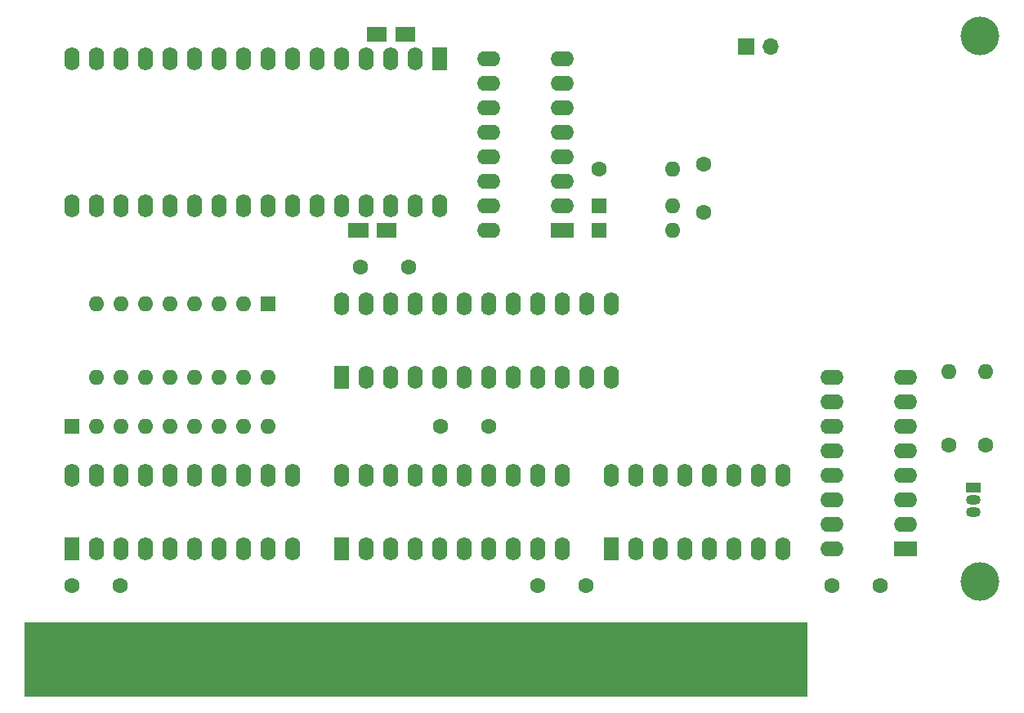
<source format=gbs>
%TF.GenerationSoftware,KiCad,Pcbnew,(5.1.9-0-10_14)*%
%TF.CreationDate,2022-05-15T13:48:24+02:00*%
%TF.ProjectId,xtsd,78747364-2e6b-4696-9361-645f70636258,rev?*%
%TF.SameCoordinates,Original*%
%TF.FileFunction,Soldermask,Bot*%
%TF.FilePolarity,Negative*%
%FSLAX46Y46*%
G04 Gerber Fmt 4.6, Leading zero omitted, Abs format (unit mm)*
G04 Created by KiCad (PCBNEW (5.1.9-0-10_14)) date 2022-05-15 13:48:24*
%MOMM*%
%LPD*%
G01*
G04 APERTURE LIST*
%ADD10C,0.010000*%
%ADD11O,1.700000X1.700000*%
%ADD12R,1.700000X1.700000*%
%ADD13R,1.780000X7.366000*%
%ADD14O,1.600000X2.400000*%
%ADD15R,1.600000X2.400000*%
%ADD16C,4.000000*%
%ADD17O,1.600000X1.600000*%
%ADD18R,1.600000X1.600000*%
%ADD19C,1.600000*%
%ADD20O,2.400000X1.600000*%
%ADD21R,2.400000X1.600000*%
%ADD22C,0.100000*%
%ADD23R,1.500000X1.500000*%
%ADD24R,1.500000X1.050000*%
%ADD25O,1.500000X1.050000*%
G04 APERTURE END LIST*
D10*
G36*
X83947000Y-146050000D02*
G01*
X164973000Y-146050000D01*
X164973000Y-153670000D01*
X83947000Y-153670000D01*
X83947000Y-146050000D01*
G37*
X83947000Y-146050000D02*
X164973000Y-146050000D01*
X164973000Y-153670000D01*
X83947000Y-153670000D01*
X83947000Y-146050000D01*
D11*
X161290000Y-86360000D03*
D12*
X158750000Y-86360000D03*
D13*
X86360000Y-149733000D03*
X88900000Y-149733000D03*
X91440000Y-149733000D03*
X93980000Y-149733000D03*
X96520000Y-149733000D03*
X99060000Y-149733000D03*
X101600000Y-149733000D03*
X104140000Y-149733000D03*
X106680000Y-149733000D03*
X109220000Y-149733000D03*
X111760000Y-149733000D03*
X114300000Y-149733000D03*
X116840000Y-149733000D03*
X119380000Y-149733000D03*
X121920000Y-149733000D03*
X124460000Y-149733000D03*
X127000000Y-149733000D03*
X129540000Y-149733000D03*
X132080000Y-149733000D03*
X134620000Y-149733000D03*
X137160000Y-149733000D03*
X139700000Y-149733000D03*
X142240000Y-149733000D03*
X144780000Y-149733000D03*
X147320000Y-149733000D03*
X149860000Y-149733000D03*
X152400000Y-149733000D03*
X154940000Y-149733000D03*
X157480000Y-149733000D03*
X160020000Y-149733000D03*
X162560000Y-149733000D03*
D14*
X88900000Y-130810000D03*
X111760000Y-138430000D03*
X91440000Y-130810000D03*
X109220000Y-138430000D03*
X93980000Y-130810000D03*
X106680000Y-138430000D03*
X96520000Y-130810000D03*
X104140000Y-138430000D03*
X99060000Y-130810000D03*
X101600000Y-138430000D03*
X101600000Y-130810000D03*
X99060000Y-138430000D03*
X104140000Y-130810000D03*
X96520000Y-138430000D03*
X106680000Y-130810000D03*
X93980000Y-138430000D03*
X109220000Y-130810000D03*
X91440000Y-138430000D03*
X111760000Y-130810000D03*
D15*
X88900000Y-138430000D03*
D16*
X182956200Y-85273000D03*
X182956200Y-141788000D03*
D14*
X144780000Y-130810000D03*
X162560000Y-138430000D03*
X147320000Y-130810000D03*
X160020000Y-138430000D03*
X149860000Y-130810000D03*
X157480000Y-138430000D03*
X152400000Y-130810000D03*
X154940000Y-138430000D03*
X154940000Y-130810000D03*
X152400000Y-138430000D03*
X157480000Y-130810000D03*
X149860000Y-138430000D03*
X160020000Y-130810000D03*
X147320000Y-138430000D03*
X162560000Y-130810000D03*
D15*
X144780000Y-138430000D03*
D14*
X116840000Y-130810000D03*
X139700000Y-138430000D03*
X119380000Y-130810000D03*
X137160000Y-138430000D03*
X121920000Y-130810000D03*
X134620000Y-138430000D03*
X124460000Y-130810000D03*
X132080000Y-138430000D03*
X127000000Y-130810000D03*
X129540000Y-138430000D03*
X129540000Y-130810000D03*
X127000000Y-138430000D03*
X132080000Y-130810000D03*
X124460000Y-138430000D03*
X134620000Y-130810000D03*
X121920000Y-138430000D03*
X137160000Y-130810000D03*
X119380000Y-138430000D03*
X139700000Y-130810000D03*
D15*
X116840000Y-138430000D03*
D17*
X109220000Y-120650000D03*
X91440000Y-113030000D03*
X106680000Y-120650000D03*
X93980000Y-113030000D03*
X104140000Y-120650000D03*
X96520000Y-113030000D03*
X101600000Y-120650000D03*
X99060000Y-113030000D03*
X99060000Y-120650000D03*
X101600000Y-113030000D03*
X96520000Y-120650000D03*
X104140000Y-113030000D03*
X93980000Y-120650000D03*
X106680000Y-113030000D03*
X91440000Y-120650000D03*
D18*
X109220000Y-113030000D03*
D14*
X127000000Y-102870000D03*
X88900000Y-87630000D03*
X124460000Y-102870000D03*
X91440000Y-87630000D03*
X121920000Y-102870000D03*
X93980000Y-87630000D03*
X119380000Y-102870000D03*
X96520000Y-87630000D03*
X116840000Y-102870000D03*
X99060000Y-87630000D03*
X114300000Y-102870000D03*
X101600000Y-87630000D03*
X111760000Y-102870000D03*
X104140000Y-87630000D03*
X109220000Y-102870000D03*
X106680000Y-87630000D03*
X106680000Y-102870000D03*
X109220000Y-87630000D03*
X104140000Y-102870000D03*
X111760000Y-87630000D03*
X101600000Y-102870000D03*
X114300000Y-87630000D03*
X99060000Y-102870000D03*
X116840000Y-87630000D03*
X96520000Y-102870000D03*
X119380000Y-87630000D03*
X93980000Y-102870000D03*
X121920000Y-87630000D03*
X91440000Y-102870000D03*
X124460000Y-87630000D03*
X88900000Y-102870000D03*
D15*
X127000000Y-87630000D03*
D17*
X183515000Y-120015000D03*
D19*
X183515000Y-127635000D03*
D17*
X179705000Y-120015000D03*
D19*
X179705000Y-127635000D03*
D14*
X116840000Y-113030000D03*
X144780000Y-120650000D03*
X119380000Y-113030000D03*
X142240000Y-120650000D03*
X121920000Y-113030000D03*
X139700000Y-120650000D03*
X124460000Y-113030000D03*
X137160000Y-120650000D03*
X127000000Y-113030000D03*
X134620000Y-120650000D03*
X129540000Y-113030000D03*
X132080000Y-120650000D03*
X132080000Y-113030000D03*
X129540000Y-120650000D03*
X134620000Y-113030000D03*
X127000000Y-120650000D03*
X137160000Y-113030000D03*
X124460000Y-120650000D03*
X139700000Y-113030000D03*
X121920000Y-120650000D03*
X142240000Y-113030000D03*
X119380000Y-120650000D03*
X144780000Y-113030000D03*
D15*
X116840000Y-120650000D03*
D20*
X132080000Y-105410000D03*
X139700000Y-87630000D03*
X132080000Y-102870000D03*
X139700000Y-90170000D03*
X132080000Y-100330000D03*
X139700000Y-92710000D03*
X132080000Y-97790000D03*
X139700000Y-95250000D03*
X132080000Y-95250000D03*
X139700000Y-97790000D03*
X132080000Y-92710000D03*
X139700000Y-100330000D03*
X132080000Y-90170000D03*
X139700000Y-102870000D03*
X132080000Y-87630000D03*
D21*
X139700000Y-105410000D03*
D22*
G36*
X120920000Y-85090000D02*
G01*
X120420000Y-85840000D01*
X119420000Y-85840000D01*
X119420000Y-84340000D01*
X120420000Y-84340000D01*
X120920000Y-85090000D01*
G37*
G36*
X122920000Y-85090000D02*
G01*
X123420000Y-84340000D01*
X124420000Y-84340000D01*
X124420000Y-85840000D01*
X123420000Y-85840000D01*
X122920000Y-85090000D01*
G37*
D23*
X123120000Y-85090000D03*
X120720000Y-85090000D03*
D22*
G36*
X119015000Y-105410000D02*
G01*
X118515000Y-106160000D01*
X117515000Y-106160000D01*
X117515000Y-104660000D01*
X118515000Y-104660000D01*
X119015000Y-105410000D01*
G37*
G36*
X121015000Y-105410000D02*
G01*
X121515000Y-104660000D01*
X122515000Y-104660000D01*
X122515000Y-106160000D01*
X121515000Y-106160000D01*
X121015000Y-105410000D01*
G37*
D23*
X121215000Y-105410000D03*
X118815000Y-105410000D03*
D17*
X151130000Y-105410000D03*
D18*
X143510000Y-105410000D03*
D17*
X151130000Y-102870000D03*
D18*
X143510000Y-102870000D03*
D17*
X151130000Y-99060000D03*
D19*
X143510000Y-99060000D03*
D24*
X182245000Y-132080000D03*
D25*
X182245000Y-134620000D03*
X182245000Y-133350000D03*
D17*
X109220000Y-125730000D03*
X106680000Y-125730000D03*
X104140000Y-125730000D03*
X101600000Y-125730000D03*
X99060000Y-125730000D03*
X96520000Y-125730000D03*
X93980000Y-125730000D03*
X91440000Y-125730000D03*
D18*
X88900000Y-125730000D03*
D19*
X123745000Y-109220000D03*
X118745000Y-109220000D03*
X154305000Y-103505000D03*
X154305000Y-98505000D03*
D20*
X167640000Y-138430000D03*
X175260000Y-120650000D03*
X167640000Y-135890000D03*
X175260000Y-123190000D03*
X167640000Y-133350000D03*
X175260000Y-125730000D03*
X167640000Y-130810000D03*
X175260000Y-128270000D03*
X167640000Y-128270000D03*
X175260000Y-130810000D03*
X167640000Y-125730000D03*
X175260000Y-133350000D03*
X167640000Y-123190000D03*
X175260000Y-135890000D03*
X167640000Y-120650000D03*
D21*
X175260000Y-138430000D03*
D19*
X167640000Y-142240000D03*
X172640000Y-142240000D03*
X142160000Y-142240000D03*
X137160000Y-142240000D03*
X88900000Y-142240000D03*
X93900000Y-142240000D03*
X132080000Y-125730000D03*
X127080000Y-125730000D03*
M02*

</source>
